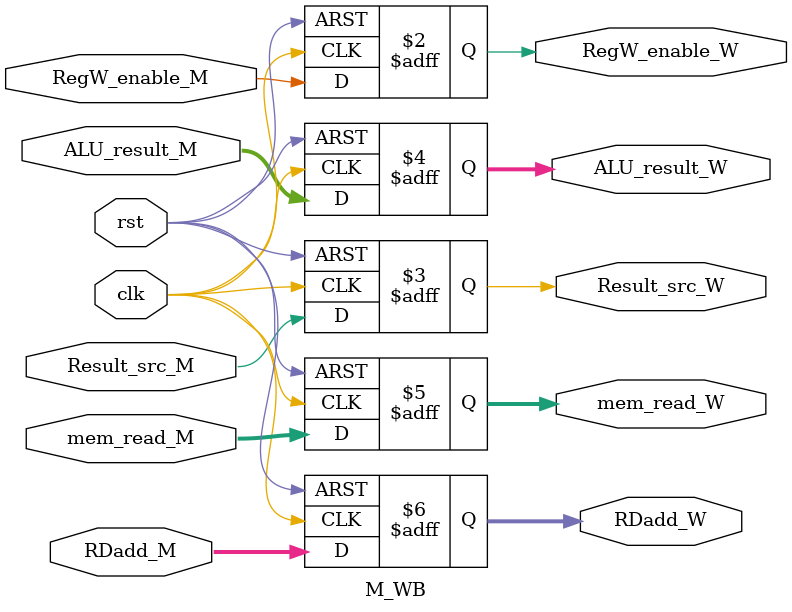
<source format=v>
module M_WB(
	input			clk,
	input			rst,
	input			RegW_enable_M,
	input			Result_src_M,
	input		[31:0]	ALU_result_M,
	input		[31:0]	mem_read_M,
	input		[4:0]	RDadd_M,
	output	reg		RegW_enable_W,
	output	reg		Result_src_W,
	output	reg	[31:0]	ALU_result_W,
	output	reg	[31:0]	mem_read_W,
	output	reg	[4:0]	RDadd_W
);

always @(posedge clk or posedge rst) begin
	if(rst) begin
	RegW_enable_W	<= 0;
	Result_src_W	<= 0;
	ALU_result_W	<= 0;
	mem_read_W	<= 0;
	RDadd_W		<= 0;
	end

	else begin
		RegW_enable_W	<= RegW_enable_M;
		Result_src_W	<= Result_src_M;
		ALU_result_W	<= ALU_result_M;
		mem_read_W	<= mem_read_M;
		RDadd_W		<= RDadd_M;
	end
end

endmodule
	

</source>
